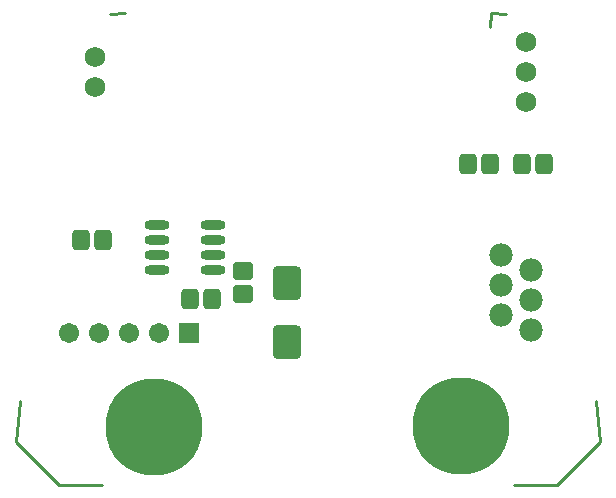
<source format=gts>
%FSTAX26Y26*%
%MOIN*%
%SFA1B1*%

%IPPOS*%
%AMD30*
4,1,8,0.047300,-0.042500,0.047300,0.042500,0.034600,0.055200,-0.034600,0.055200,-0.047300,0.042500,-0.047300,-0.042500,-0.034600,-0.055200,0.034600,-0.055200,0.047300,-0.042500,0.0*
1,1,0.025320,0.034600,-0.042500*
1,1,0.025320,0.034600,0.042500*
1,1,0.025320,-0.034600,0.042500*
1,1,0.025320,-0.034600,-0.042500*
%
%AMD31*
4,1,8,-0.029600,0.021800,-0.029600,-0.021800,-0.017900,-0.033500,0.017900,-0.033500,0.029600,-0.021800,0.029600,0.021800,0.017900,0.033500,-0.017900,0.033500,-0.029600,0.021800,0.0*
1,1,0.023360,-0.017900,0.021800*
1,1,0.023360,-0.017900,-0.021800*
1,1,0.023360,0.017900,-0.021800*
1,1,0.023360,0.017900,0.021800*
%
%AMD33*
4,1,8,0.021800,0.029600,-0.021800,0.029600,-0.033500,0.017900,-0.033500,-0.017900,-0.021800,-0.029600,0.021800,-0.029600,0.033500,-0.017900,0.033500,0.017900,0.021800,0.029600,0.0*
1,1,0.023360,0.021800,0.017900*
1,1,0.023360,-0.021800,0.017900*
1,1,0.023360,-0.021800,-0.017900*
1,1,0.023360,0.021800,-0.017900*
%
%ADD18C,0.010000*%
G04~CAMADD=30~8~0.0~0.0~1103.6~946.1~126.6~0.0~15~0.0~0.0~0.0~0.0~0~0.0~0.0~0.0~0.0~0~0.0~0.0~0.0~270.0~947.0~1104.0*
%ADD30D30*%
G04~CAMADD=31~8~0.0~0.0~670.6~591.8~116.8~0.0~15~0.0~0.0~0.0~0.0~0~0.0~0.0~0.0~0.0~0~0.0~0.0~0.0~90.0~592.0~671.0*
%ADD31D31*%
%ADD32O,0.082800X0.031620*%
G04~CAMADD=33~8~0.0~0.0~670.6~591.8~116.8~0.0~15~0.0~0.0~0.0~0.0~0~0.0~0.0~0.0~0.0~0~0.0~0.0~0.0~0.0~670.6~591.8*
%ADD33D33*%
%ADD34C,0.068000*%
%ADD35R,0.067060X0.067060*%
%ADD36C,0.067060*%
%ADD37C,0.322960*%
%ADD38C,0.078000*%
%LNunisolder_sensor-1*%
%LPD*%
G54D18*
X0087798Y0219274D02*
X0089002Y0232983D01*
X0087802Y0219283D02*
X0102002Y0205083D01*
X0116502*
X0253598Y0205074D02*
X0268098D01*
X0282298Y0219274*
X0281094Y0232974D02*
X0282299Y0219265D01*
X0119Y03621D02*
X0124Y03623D01*
X02461D02*
X02511Y03621D01*
X02459Y03575D02*
X02461Y03623D01*
X02459Y03575D02*
X02461Y03623D01*
G54D30*
X0178Y0272342D03*
Y0252658D03*
G54D31*
X025626Y0312D03*
X026374D03*
X024574D03*
X023826D03*
X015324Y0267D03*
X014576D03*
X011674Y02865D03*
X010926D03*
G54D32*
X0153252Y02765D03*
Y02815D03*
Y02865D03*
Y02915D03*
X0134748Y02765D03*
Y02815D03*
Y02865D03*
Y02915D03*
G54D33*
X01635Y027624D03*
Y026876D03*
G54D34*
X0114173Y033752D03*
Y034752D03*
X0257874Y033252D03*
Y034252D03*
Y035252D03*
G54D35*
X01455Y02555D03*
G54D36*
X01355Y02555D03*
X01255D03*
X01155D03*
X01055D03*
G54D37*
X0236221Y0224472D03*
X0133858Y022441D03*
G54D38*
X02495Y02815D03*
X02595Y02765D03*
X02495Y02715D03*
X02595Y02665D03*
X02495Y02615D03*
X02595Y02565D03*
M02*
</source>
